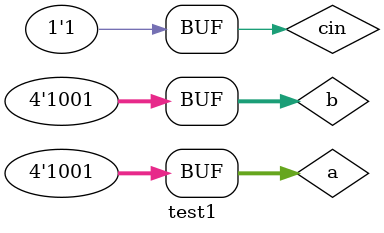
<source format=v>
`timescale 1ns / 1ps


module test1;

	// Inputs
	reg [3:0] a;
	reg [3:0] b;
	reg cin;

	// Outputs
	wire bcd1;
	wire [3:0] bcd0;

	// Instantiate the Unit Under Test (UUT)
	bcdadder uut (
		.a(a), 
		.b(b), 
		.cin(cin), 
		.bcd1(bcd1), 
		.bcd0(bcd0)
	);

	initial begin
		// Initialize Inputs
		a = 9;
		b = 9;
		cin = 1;

		end
		initial
		$monitor("a=%d,b=%d,cin=%d,bcd1=%d,bcd0=%d",a,b,cin,bcd1,bcd0);
      
endmodule


</source>
